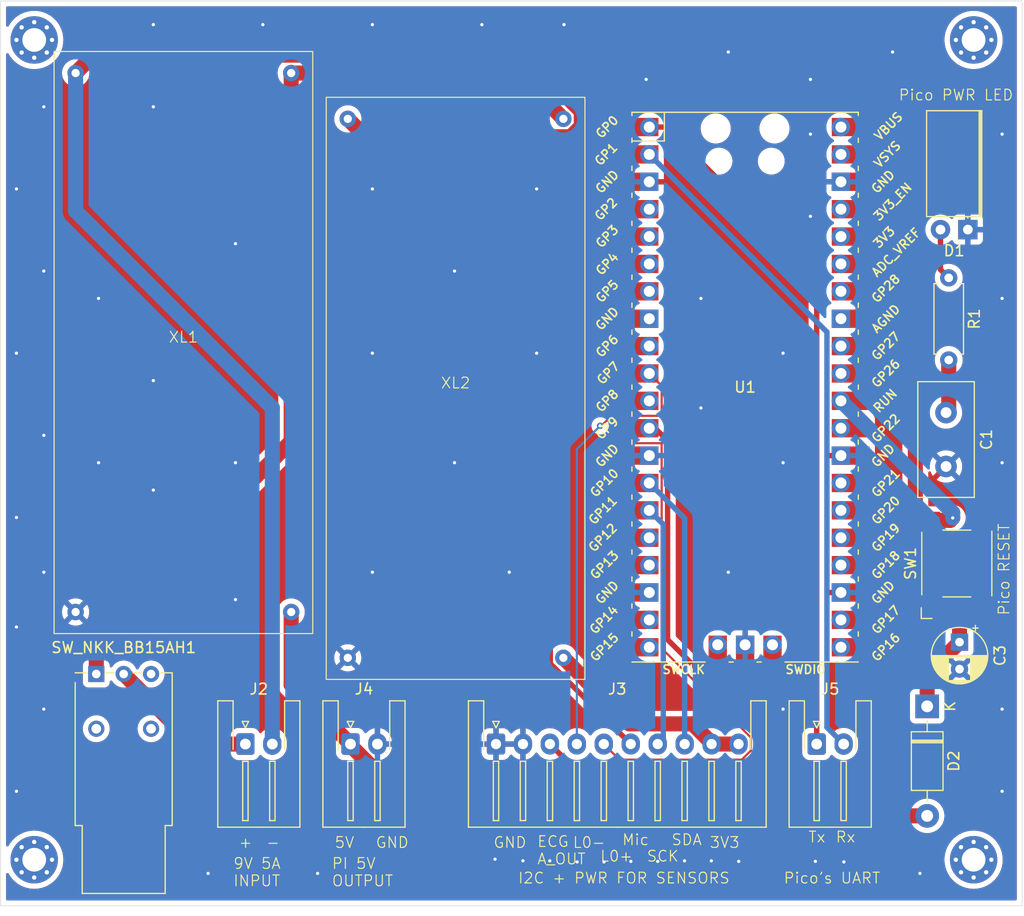
<source format=kicad_pcb>
(kicad_pcb (version 20240108) (generator "pcbnew") (generator_version "8.0")
  (layers (0 "F.Cu" signal) (31 "B.Cu" signal) (34 "B.Paste" user) (35 "F.Paste" user) (36 "B.SilkS" user "B.Silkscreen") (37 "F.SilkS" user "F.Silkscreen") (38 "B.Mask" user) (39 "F.Mask" user) (44 "Edge.Cuts" user))
  (net 0 "")
  (net 1 "GND")
  (net 2 "5V")
  (net 3 "SCK")
  (net 4 "SDA")
  (net 5 "3V3")
  (net 6 "/PICO_3V3")
  (net 12 "/VSYS")
  (net 17 "/9V_PWRIN+")
  (net 18 "/PWR_IN-")
  (net 21 "/PICO_RESET")
  (net 25 "/9V_PWRIN_SW_OUT")
  (net 31 "Net-(D1-A)")
  (net 37 "/MIC_AOUT")
  (net 41 "/ECG_Analog_OUT")
  (net 42 "/ECG_L0-")
  (net 43 "/ECG_L0+")
  (net 44 "/Rx")
  (net 45 "/Tx")
  (footprint "Resistor_THT:R_Axial_DIN0207_L6.3mm_D2.5mm_P7.62mm_Horizontal" (layer "F.Cu") (at 198.25 71.75 -90)
    (property "Reference" "R1" (at 3.81 -2.37 90) (layer "F.SilkS"))
    (property "Value" "180")
    (pad "1" thru_hole circle (at 0 0 270) (size 1.6 1.6) (drill 0.8) (layers "*.Cu" "*.Mask") (net 31 "Net-(D1-A)"))
    (pad "2" thru_hole oval (at 7.62 0 270) (size 1.6 1.6) (drill 0.8) (layers "*.Cu" "*.Mask") (net 6 "/PICO_3V3"))
  )
  (footprint "Connector_JST:JST_XH_S10B-XH-A-1_1x10_P2.50mm_Horizontal" (layer "F.Cu") (at 156.25 115)
    (property "Reference" "J3" (at 11.25 -5.1 0) (layer "F.SilkS"))
    (property "Value" "Sensors")
    (pad "1" thru_hole roundrect (at 0 0) (size 1.7 1.95) (drill 0.95) (layers "*.Cu" "*.Mask") (roundrect_rratio 0.147059) (net 1 "GND"))
    (pad "2" thru_hole oval (at 2.5 0) (size 1.7 1.95) (drill 0.95) (layers "*.Cu" "*.Mask") (net 1 "GND"))
    (pad "3" thru_hole oval (at 5 0) (size 1.7 1.95) (drill 0.95) (layers "*.Cu" "*.Mask") (net 41 "/ECG_Analog_OUT"))
    (pad "4" thru_hole oval (at 7.5 0) (size 1.7 1.95) (drill 0.95) (layers "*.Cu" "*.Mask") (net 42 "/ECG_L0-"))
    (pad "5" thru_hole oval (at 10 0) (size 1.7 1.95) (drill 0.95) (layers "*.Cu" "*.Mask") (net 43 "/ECG_L0+"))
    (pad "6" thru_hole oval (at 12.5 0) (size 1.7 1.95) (drill 0.95) (layers "*.Cu" "*.Mask") (net 37 "/MIC_AOUT"))
    (pad "7" thru_hole oval (at 15 0) (size 1.7 1.95) (drill 0.95) (layers "*.Cu" "*.Mask") (net 3 "SCK"))
    (pad "8" thru_hole oval (at 17.5 0) (size 1.7 1.95) (drill 0.95) (layers "*.Cu" "*.Mask") (net 4 "SDA"))
    (pad "9" thru_hole oval (at 20 0) (size 1.7 1.95) (drill 0.95) (layers "*.Cu" "*.Mask") (net 5 "3V3"))
    (pad "10" thru_hole oval (at 22.5 0) (size 1.7 1.95) (drill 0.95) (layers "*.Cu" "*.Mask") (net 5 "3V3"))
  )
  (footprint "Diode_THT:D_DO-41_SOD81_P10.16mm_Horizontal" (layer "F.Cu") (at 196.25 111.5 -90)
    (property "Reference" "D2" (at 5.08 -2.47 90) (layer "F.SilkS"))
    (property "Value" "1N5817")
    (fp_text user "K" (at 0 -2.1 90) (layer "F.SilkS"))
    (pad "1" thru_hole rect (at 0 0 270) (size 2.2 2.2) (drill 1.1) (layers "*.Cu" "*.Mask") (net 12 "/VSYS"))
    (pad "2" thru_hole oval (at 10.16 0 270) (size 2.2 2.2) (drill 1.1) (layers "*.Cu" "*.Mask") (net 2 "5V"))
  )
  (footprint "Button_Switch_SMD:SW_SPST_Omron_B3FS-105xP" (layer "F.Cu") (at 199 98.25 90)
    (property "Reference" "SW1" (at 0 -4.3 90) (layer "F.SilkS"))
    (property "Value" "RESET")
    (pad "1" smd rect (at -4 -2.25 270) (size 1.6 1.4) (layers "F.Cu" "F.Paste" "F.Mask") (net 21 "/PICO_RESET"))
    (pad "1" smd rect (at 4 -2.25 270) (size 1.6 1.4) (layers "F.Cu" "F.Paste" "F.Mask") (net 21 "/PICO_RESET"))
    (pad "2" smd rect (at -4 2.25 270) (size 1.6 1.4) (layers "F.Cu" "F.Paste" "F.Mask") (net 1 "GND"))
    (pad "2" smd rect (at 4 2.25 270) (size 1.6 1.4) (layers "F.Cu" "F.Paste" "F.Mask") (net 1 "GND"))
  )
  (footprint "DC_DC_Converter:XL4015" (layer "F.Cu") (at 152.5 82)
    (property "Reference" "XL2" (at 0 -0.5 0) (layer "F.SilkS") (effects (font (thickness 0.1))))
    (property "Value" "~")
    (pad "1" thru_hole circle (at 10 -25) (size 1.524 1.524) (drill 0.762) (layers "*.Cu" "*.Mask") (net 25 "/9V_PWRIN_SW_OUT"))
    (pad "2" thru_hole circle (at -10 -25) (size 1.524 1.524) (drill 0.762) (layers "*.Cu" "*.Mask") (net 18 "/PWR_IN-"))
    (pad "3" thru_hole circle (at 10 25) (size 1.524 1.524) (drill 0.762) (layers "*.Cu" "*.Mask") (net 5 "3V3"))
    (pad "4" thru_hole circle (at -10 25) (size 1.524 1.524) (drill 0.762) (layers "*.Cu" "*.Mask") (net 1 "GND"))
  )
  (footprint "Connector_JST:JST_XH_S2B-XH-A-1_1x02_P2.50mm_Horizontal" (layer "F.Cu") (at 186 115)
    (property "Reference" "J5" (at 1.25 -5.1 0) (layer "F.SilkS"))
    (property "Value" "Pi_UART")
    (pad "1" thru_hole roundrect (at 0 0) (size 1.7 2) (drill 1) (layers "*.Cu" "*.Mask") (roundrect_rratio 0.147059) (net 45 "/Tx"))
    (pad "2" thru_hole oval (at 2.5 0) (size 1.7 2) (drill 1) (layers "*.Cu" "*.Mask") (net 44 "/Rx"))
  )
  (footprint "Capacitor_THT:CP_Radial_D5.0mm_P2.50mm" (layer "F.Cu") (at 199.25 105.544888 -90)
    (property "Reference" "C3" (at 1.25 -3.75 90) (layer "F.SilkS"))
    (property "Value" "10uF")
    (pad "1" thru_hole rect (at 0 0 270) (size 1.6 1.6) (drill 0.8) (layers "*.Cu" "*.Mask") (net 12 "/VSYS"))
    (pad "2" thru_hole circle (at 2.5 0 270) (size 1.6 1.6) (drill 0.8) (layers "*.Cu" "*.Mask") (net 1 "GND"))
  )
  (footprint "Connector_JST:JST_XH_S2B-XH-A-1_1x02_P2.50mm_Horizontal" (layer "F.Cu") (at 142.75 115)
    (property "Reference" "J4" (at 1.25 -5.1 0) (layer "F.SilkS"))
    (property "Value" "Pi_5V_PWR")
    (pad "1" thru_hole roundrect (at 0 0) (size 1.7 2) (drill 1) (layers "*.Cu" "*.Mask") (roundrect_rratio 0.147059) (net 2 "5V"))
    (pad "2" thru_hole oval (at 2.5 0) (size 1.7 2) (drill 1) (layers "*.Cu" "*.Mask") (net 1 "GND"))
  )
  (footprint "Button_Switch_THT:SW_NKK_BB15AH" (layer "F.Cu") (at 119.17 108.5)
    (property "Reference" "SW_NKK_BB15AH1" (at 2.54 -2.45 0) (layer "F.SilkS"))
    (property "Value" "~")
    (pad "" thru_hole circle (at 0 5.08) (size 1.5 1.5) (drill 0.9) (layers "*.Cu" "*.Mask"))
    (pad "" thru_hole circle (at 5.08 5.08) (size 1.5 1.5) (drill 0.9) (layers "*.Cu" "*.Mask"))
    (pad "1" thru_hole rect (at 0 0) (size 1.5 1.5) (drill 0.8) (layers "*.Cu" "*.Mask") (net 25 "/9V_PWRIN_SW_OUT"))
    (pad "2" thru_hole circle (at 2.54 0) (size 1.5 1.5) (drill 0.8) (layers "*.Cu" "*.Mask") (net 17 "/9V_PWRIN+"))
    (pad "3" thru_hole circle (at 5.08 0) (size 1.5 1.5) (drill 0.8) (layers "*.Cu" "*.Mask"))
  )
  (footprint "MountingHole:MountingHole_2.2mm_M2_Pad_Via" (layer "F.Cu") (at 113.41 125.73)
    (property "Reference" "REF**" (hide yes))
    (property "Value" "MountingHole_2.2mm_M2_Pad_Via" (hide yes))
    (pad "1" thru_hole circle (at -1.65 0) (size 0.7 0.7) (drill 0.4) (layers "*.Cu" "*.Mask"))
    (pad "1" thru_hole circle (at -1.166726 -1.166726) (size 0.7 0.7) (drill 0.4) (layers "*.Cu" "*.Mask"))
    (pad "1" thru_hole circle (at -1.166726 1.166726) (size 0.7 0.7) (drill 0.4) (layers "*.Cu" "*.Mask"))
    (pad "1" thru_hole circle (at 0 -1.65) (size 0.7 0.7) (drill 0.4) (layers "*.Cu" "*.Mask"))
    (pad "1" thru_hole circle (at 0 0) (size 4.4 4.4) (drill 2.2) (layers "*.Cu" "*.Mask"))
    (pad "1" thru_hole circle (at 0 1.65) (size 0.7 0.7) (drill 0.4) (layers "*.Cu" "*.Mask"))
    (pad "1" thru_hole circle (at 1.166726 -1.166726) (size 0.7 0.7) (drill 0.4) (layers "*.Cu" "*.Mask"))
    (pad "1" thru_hole circle (at 1.166726 1.166726) (size 0.7 0.7) (drill 0.4) (layers "*.Cu" "*.Mask"))
    (pad "1" thru_hole circle (at 1.65 0) (size 0.7 0.7) (drill 0.4) (layers "*.Cu" "*.Mask"))
  )
  (footprint "MCU_RaspberryPi_and_Boards:RPi_Pico_SMD_TH" (layer "F.Cu") (at 179.36 81.89)
    (property "Reference" "U1" (at 0 0 0) (layer "F.SilkS"))
    (property "Value" "Pico")
    (fp_text user "SWCLK" (at -5.7 26.2 0) (layer "F.SilkS") (effects (font (size 0.8 0.8))))
    (fp_text user "GP11" (at -13.2 11.43 45) (layer "F.SilkS") (effects (font (size 0.8 0.8))))
    (fp_text user "VSYS" (at 13.2 -21.59 45) (layer "F.SilkS") (effects (font (size 0.8 0.8))))
    (fp_text user "GP14" (at -13.1 21.59 45) (layer "F.SilkS") (effects (font (size 0.8 0.8))))
    (fp_text user "GP28" (at 13.054 -9.144 45) (layer "F.SilkS") (effects (font (size 0.8 0.8))))
    (fp_text user "GP3" (at -12.8 -13.97 45) (layer "F.SilkS") (effects (font (size 0.8 0.8))))
    (fp_text user "GP20" (at 13.054 11.43 45) (layer "F.SilkS") (effects (font (size 0.8 0.8))))
    (fp_text user "RUN" (at 13 1.27 45) (layer "F.SilkS") (effects (font (size 0.8 0.8))))
    (fp_text user "GP8" (at -12.8 1.27 45) (layer "F.SilkS") (effects (font (size 0.8 0.8))))
    (fp_text user "GP21" (at 13.054 8.9 45) (layer "F.SilkS") (effects (font (size 0.8 0.8))))
    (fp_text user "GP10" (at -13.054 8.89 45) (layer "F.SilkS") (effects (font (size 0.8 0.8))))
    (fp_text user "SWDIO" (at 5.6 26.2 0) (layer "F.SilkS") (effects (font (size 0.8 0.8))))
    (fp_text user "GND" (at -12.8 -19.05 45) (layer "F.SilkS") (effects (font (size 0.8 0.8))))
    (fp_text user "GP22" (at 13.054 3.81 45) (layer "F.SilkS") (effects (font (size 0.8 0.8))))
    (fp_text user "GP7" (at -12.7 -1.3 45) (layer "F.SilkS") (effects (font (size 0.8 0.8))))
    (fp_text user "AGND" (at 13.054 -6.35 45) (layer "F.SilkS") (effects (font (size 0.8 0.8))))
    (fp_text user "GND" (at 12.8 6.35 45) (layer "F.SilkS") (effects (font (size 0.8 0.8))))
    (fp_text user "GP26" (at 13.054 -1.27 45) (layer "F.SilkS") (effects (font (size 0.8 0.8))))
    (fp_text user "3V3" (at 12.9 -13.9 45) (layer "F.SilkS") (effects (font (size 0.8 0.8))))
    (fp_text user "GP13" (at -13.054 16.51 45) (layer "F.SilkS") (effects (font (size 0.8 0.8))))
    (fp_text user "GP5" (at -12.8 -8.89 45) (layer "F.SilkS") (effects (font (size 0.8 0.8))))
    (fp_text user "GND" (at -12.8 -6.35 45) (layer "F.SilkS") (effects (font (size 0.8 0.8))))
    (fp_text user "GP27" (at 13.054 -3.8 45) (layer "F.SilkS") (effects (font (size 0.8 0.8))))
    (fp_text user "GP16" (at 13.054 24.13 45) (layer "F.SilkS") (effects (font (size 0.8 0.8))))
    (fp_text user "GP15" (at -13.054 24.13 45) (layer "F.SilkS") (effects (font (size 0.8 0.8))))
    (fp_text user "GP12" (at -13.2 13.97 45) (layer "F.SilkS") (effects (font (size 0.8 0.8))))
    (fp_text user "GP6" (at -12.8 -3.81 45) (layer "F.SilkS") (effects (font (size 0.8 0.8))))
    (fp_text user "GP19" (at 13.054 13.97 45) (layer "F.SilkS") (effects (font (size 0.8 0.8))))
    (fp_text user "GND" (at -12.8 19.05 45) (layer "F.SilkS") (effects (font (size 0.8 0.8))))
    (fp_text user "GND" (at 12.8 -19.05 45) (layer "F.SilkS") (effects (font (size 0.8 0.8))))
    (fp_text user "GP2" (at -12.9 -16.51 45) (layer "F.SilkS") (effects (font (size 0.8 0.8))))
    (fp_text user "GP4" (at -12.8 -11.43 45) (layer "F.SilkS") (effects (font (size 0.8 0.8))))
    (fp_text user "GP0" (at -12.8 -24.13 45) (layer "F.SilkS") (effects (font (size 0.8 0.8))))
    (fp_text user "GP9" (at -12.8 3.81 45) (layer "F.SilkS") (effects (font (size 0.8 0.8))))
    (fp_text user "GND" (at 12.8 19.05 45) (layer "F.SilkS") (effects (font (size 0.8 0.8))))
    (fp_text user "3V3_EN" (at 13.7 -17.2 45) (layer "F.SilkS") (effects (font (size 0.8 0.8))))
    (fp_text user "GND" (at -12.8 6.35 45) (layer "F.SilkS") (effects (font (size 0.8 0.8))))
    (fp_text user "GP18" (at 13.054 16.51 45) (layer "F.SilkS") (effects (font (size 0.8 0.8))))
    (fp_text user "GP17" (at 13.054 21.59 45) (layer "F.SilkS") (effects (font (size 0.8 0.8))))
    (fp_text user "ADC_VREF" (at 14 -12.5 45) (layer "F.SilkS") (effects (font (size 0.8 0.8))))
    (fp_text user "VBUS" (at 13.3 -24.2 45) (layer "F.SilkS") (effects (font (size 0.8 0.8))))
    (fp_text user "GP1" (at -12.9 -21.6 45) (layer "F.SilkS") (effects (font (size 0.8 0.8))))
    (pad "" np_thru_hole oval (at -2.725 -24) (size 1.8 1.8) (drill 1.8) (layers "*.Cu" "*.Mask"))
    (pad "" np_thru_hole oval (at -2.425 -20.97) (size 1.5 1.5) (drill 1.5) (layers "*.Cu" "*.Mask"))
    (pad "" np_thru_hole oval (at 2.425 -20.97) (size 1.5 1.5) (drill 1.5) (layers "*.Cu" "*.Mask"))
    (pad "" np_thru_hole oval (at 2.725 -24) (size 1.8 1.8) (drill 1.8) (layers "*.Cu" "*.Mask"))
    (pad "1" thru_hole oval (at -8.89 -24.13) (size 1.7 1.7) (drill 1.02) (layers "*.Cu" "*.Mask") (net 45 "/Tx"))
    (pad "1" smd rect (at -8.89 -24.13) (size 3.5 1.7) (drill (offset -0.9 0)) (layers "F.Cu" "F.Mask") (net 45 "/Tx"))
    (pad "2" thru_hole oval (at -8.89 -21.59) (size 1.7 1.7) (drill 1.02) (layers "*.Cu" "*.Mask") (net 44 "/Rx"))
    (pad "2" smd rect (at -8.89 -21.59) (size 3.5 1.7) (drill (offset -0.9 0)) (layers "F.Cu" "F.Mask") (net 44 "/Rx"))
    (pad "3" thru_hole rect (at -8.89 -19.05) (size 1.7 1.7) (drill 1.02) (layers "*.Cu" "*.Mask") (net 1 "GND"))
    (pad "3" smd rect (at -8.89 -19.05) (size 3.5 1.7) (drill (offset -0.9 0)) (layers "F.Cu" "F.Mask") (net 1 "GND"))
    (pad "4" thru_hole oval (at -8.89 -16.51) (size 1.7 1.7) (drill 1.02) (layers "*.Cu" "*.Mask"))
    (pad "4" smd rect (at -8.89 -16.51) (size 3.5 1.7) (drill (offset -0.9 0)) (layers "F.Cu" "F.Mask"))
    (pad "5" thru_hole oval (at -8.89 -13.97) (size 1.7 1.7) (drill 1.02) (layers "*.Cu" "*.Mask"))
    (pad "5" smd rect (at -8.89 -13.97) (size 3.5 1.7) (drill (offset -0.9 0)) (layers "F.Cu" "F.Mask"))
    (pad "6" thru_hole oval (at -8.89 -11.43) (size 1.7 1.7) (drill 1.02) (layers "*.Cu" "*.Mask"))
    (pad "6" smd rect (at -8.89 -11.43) (size 3.5 1.7) (drill (offset -0.9 0)) (layers "F.Cu" "F.Mask"))
    (pad "7" thru_hole oval (at -8.89 -8.89) (size 1.7 1.7) (drill 1.02) (layers "*.Cu" "*.Mask"))
    (pad "7" smd rect (at -8.89 -8.89) (size 3.5 1.7) (drill (offset -0.9 0)) (layers "F.Cu" "F.Mask"))
    (pad "8" thru_hole rect (at -8.89 -6.35) (size 1.7 1.7) (drill 1.02) (layers "*.Cu" "*.Mask"))
    (pad "8" smd rect (at -8.89 -6.35) (size 3.5 1.7) (drill (offset -0.9 0)) (layers "F.Cu" "F.Mask"))
    (pad "9" thru_hole oval (at -8.89 -3.81) (size 1.7 1.7) (drill 1.02) (layers "*.Cu" "*.Mask") (net 37 "/MIC_AOUT"))
    (pad "9" smd rect (at -8.89 -3.81) (size 3.5 1.7) (drill (offset -0.9 0)) (layers "F.Cu" "F.Mask") (net 37 "/MIC_AOUT"))
    (pad "10" thru_hole oval (at -8.89 -1.27) (size 1.7 1.7) (drill 1.02) (layers "*.Cu" "*.Mask") (net 43 "/ECG_L0+"))
    (pad "10" smd rect (at -8.89 -1.27) (size 3.5 1.7) (drill (offset -0.9 0)) (layers "F.Cu" "F.Mask") (net 43 "/ECG_L0+"))
    (pad "11" thru_hole oval (at -8.89 1.27) (size 1.7 1.7) (drill 1.02) (layers "*.Cu" "*.Mask") (net 42 "/ECG_L0-"))
    (pad "11" smd rect (at -8.89 1.27) (size 3.5 1.7) (drill (offset -0.9 0)) (layers "F.Cu" "F.Mask") (net 42 "/ECG_L0-"))
    (pad "12" thru_hole oval (at -8.89 3.81) (size 1.7 1.7) (drill 1.02) (layers "*.Cu" "*.Mask") (net 41 "/ECG_Analog_OUT"))
    (pad "12" smd rect (at -8.89 3.81) (size 3.5 1.7) (drill (offset -0.9 0)) (layers "F.Cu" "F.Mask") (net 41 "/ECG_Analog_OUT"))
    (pad "13" thru_hole rect (at -8.89 6.35) (size 1.7 1.7) (drill 1.02) (layers "*.Cu" "*.Mask") (net 1 "GND"))
    (pad "13" smd rect (at -8.89 6.35) (size 3.5 1.7) (drill (offset -0.9 0)) (layers "F.Cu" "F.Mask") (net 1 "GND"))
    (pad "14" thru_hole oval (at -8.89 8.89) (size 1.7 1.7) (drill 1.02) (layers "*.Cu" "*.Mask") (net 4 "SDA"))
    (pad "14" smd rect (at -8.89 8.89) (size 3.5 1.7) (drill (offset -0.9 0)) (layers "F.Cu" "F.Mask") (net 4 "SDA"))
    (pad "15" thru_hole oval (at -8.89 11.43) (size 1.7 1.7) (drill 1.02) (layers "*.Cu" "*.Mask") (net 3 "SCK"))
    (pad "15" smd rect (at -8.89 11.43) (size 3.5 1.7) (drill (offset -0.9 0)) (layers "F.Cu" "F.Mask") (net 3 "SCK"))
    (pad "16" thru_hole oval (at -8.89 13.97) (size 1.7 1.7) (drill 1.02) (layers "*.Cu" "*.Mask"))
    (pad "16" smd rect (at -8.89 13.97) (size 3.5 1.7) (drill (offset -0.9 0)) (layers "F.Cu" "F.Mask"))
    (pad "17" thru_hole oval (at -8.89 16.51) (size 1.7 1.7) (drill 1.02) (layers "*.Cu" "*.Mask"))
    (pad "17" smd rect (at -8.89 16.51) (size 3.5 1.7) (drill (offset -0.9 0)) (layers "F.Cu" "F.Mask"))
    (pad "18" thru_hole rect (at -8.89 19.05) (size 1.7 1.7) (drill 1.02) (layers "*.Cu" "*.Mask") (net 1 "GND"))
    (pad "18" smd rect (at -8.89 19.05) (size 3.5 1.7) (drill (offset -0.9 0)) (layers "F.Cu" "F.Mask") (net 1 "GND"))
    (pad "19" thru_hole oval (at -8.89 21.59) (size 1.7 1.7) (drill 1.02) (layers "*.Cu" "*.Mask"))
    (pad "19" smd rect (at -8.89 21.59) (size 3.5 1.7) (drill (offset -0.9 0)) (layers "F.Cu" "F.Mask"))
    (pad "20" thru_hole oval (at -8.89 24.13) (size 1.7 1.7) (drill 1.02) (layers "*.Cu" "*.Mask"))
    (pad "20" smd rect (at -8.89 24.13) (size 3.5 1.7) (drill (offset -0.9 0)) (layers "F.Cu" "F.Mask"))
    (pad "21" thru_hole oval (at 8.89 24.13) (size 1.7 1.7) (drill 1.02) (layers "*.Cu" "*.Mask"))
    (pad "21" smd rect (at 8.89 24.13) (size 3.5 1.7) (drill (offset 0.9 0)) (layers "F.Cu" "F.Mask"))
    (pad "22" thru_hole oval (at 8.89 21.59) (size 1.7 1.7) (drill 1.02) (layers "*.Cu" "*.Mask"))
    (pad "22" smd rect (at 8.89 21.59) (size 3.5 1.7) (drill (offset 0.9 0)) (layers "F.Cu" "F.Mask"))
    (pad "23" thru_hole rect (at 8.89 19.05) (size 1.7 1.7) (drill 1.02) (layers "*.Cu" "*.Mask") (net 1 "GND"))
    (pad "23" smd rect (at 8.89 19.05) (size 3.5 1.7) (drill (offset 0.9 0)) (layers "F.Cu" "F.Mask") (net 1 "GND"))
    (pad "24" thru_hole oval (at 8.89 16.51) (size 1.7 1.7) (drill 1.02) (layers "*.Cu" "*.Mask"))
    (pad "24" smd rect (at 8.89 16.51) (size 3.5 1.7) (drill (offset 0.9 0)) (layers "F.Cu" "F.Mask"))
    (pad "25" thru_hole oval (at 8.89 13.97) (size 1.7 1.7) (drill 1.02) (layers "*.Cu" "*.Mask"))
    (pad "25" smd rect (at 8.89 13.97) (size 3.5 1.7) (drill (offset 0.9 0)) (layers "F.Cu" "F.Mask"))
    (pad "26" thru_hole oval (at 8.89 11.43) (size 1.7 1.7) (drill 1.02) (layers "*.Cu" "*.Mask"))
    (pad "26" smd rect (at 8.89 11.43) (size 3.5 1.7) (drill (offset 0.9 0)) (layers "F.Cu" "F.Mask"))
    (pad "27" thru_hole oval (at 8.89 8.89) (size 1.7 1.7) (drill 1.02) (layers "*.Cu" "*.Mask"))
    (pad "27" smd rect (at 8.89 8.89) (size 3.5 1.7) (drill (offset 0.9 0)) (layers "F.Cu" "F.Mask"))
    (pad "28" thru_hole rect (at 8.89 6.35) (size 1.7 1.7) (drill 1.02) (layers "*.Cu" "*.Mask") (net 1 "GND"))
    (pad "28" smd rect (at 8.89 6.35) (size 3.5 1.7) (drill (offset 0.9 0)) (layers "F.Cu" "F.Mask") (net 1 "GND"))
    (pad "29" thru_hole oval (at 8.89 3.81) (size 1.7 1.7) (drill 1.02) (layers "*.Cu" "*.Mask"))
    (pad "29" smd rect (at 8.89 3.81) (size 3.5 1.7) (drill (offset 0.9 0)) (layers "F.Cu" "F.Mask"))
    (pad "30" thru_hole oval (at 8.89 1.27) (size 1.7 1.7) (drill 1.02) (layers "*.Cu" "*.Mask") (net 21 "/PICO_RESET"))
    (pad "30" smd rect (at 8.89 1.27) (size 3.5 1.7) (drill (offset 0.9 0)) (layers "F.Cu" "F.Mask") (net 21 "/PICO_RESET"))
    (pad "31" thru_hole oval (at 8.89 -1.27) (size 1.7 1.7) (drill 1.02) (layers "*.Cu" "*.Mask"))
    (pad "31" smd rect (at 8.89 -1.27) (size 3.5 1.7) (drill (offset 0.9 0)) (layers "F.Cu" "F.Mask"))
    (pad "32" thru_hole oval (at 8.89 -3.81) (size 1.7 1.7) (drill 1.02) (layers "*.Cu" "*.Mask"))
    (pad "32" smd rect (at 8.89 -3.81) (size 3.5 1.7) (drill (offset 0.9 0)) (layers "F.Cu" "F.Mask"))
    (pad "33" thru_hole rect (at 8.89 -6.35) (size 1.7 1.7) (drill 1.02) (layers "*.Cu" "*.Mask"))
    (pad "33" smd rect (at 8.89 -6.35) (size 3.5 1.7) (drill (offset 0.9 0)) (layers "F.Cu" "F.Mask"))
    (pad "34" thru_hole oval (at 8.89 -8.89) (size 1.7 1.7) (drill 1.02) (layers "*.Cu" "*.Mask"))
    (pad "34" smd rect (at 8.89 -8.89) (size 3.5 1.7) (drill (offset 0.9 0)) (layers "F.Cu" "F.Mask"))
    (pad "35" thru_hole oval (at 8.89 -11.43) (size 1.7 1.7) (drill 1.02) (layers "*.Cu" "*.Mask"))
    (pad "35" smd rect (at 8.89 -11.43) (size 3.5 1.7) (drill (offset 0.9 0)) (layers "F.Cu" "F.Mask"))
    (pad "36" thru_hole oval (at 8.89 -13.97) (size 1.7 1.7) (drill 1.02) (layers "*.Cu" "*.Mask") (net 6 "/PICO_3V3"))
    (pad "36" smd rect (at 8.89 -13.97) (size 3.5 1.7) (drill (offset 0.9 0)) (layers "F.Cu" "F.Mask") (net 6 "/PICO_3V3"))
    (pad "37" thru_hole oval (at 8.89 -16.51) (size 1.7 1.7) (drill 1.02) (layers "*.Cu" "*.Mask"))
    (pad "37" smd rect (at 8.89 -16.51) (size 3.5 1.7) (drill (offset 0.9 0)) (layers "F.Cu" "F.Mask"))
    (pad "38" thru_hole rect (at 8.89 -19.05) (size 1.7 1.7) (drill 1.02) (layers "*.Cu" "*.Mask") (net 1 "GND"))
    (pad "38" smd rect (at 8.89 -19.05) (size 3.5 1.7) (drill (offset 0.9 0)) (layers "F.Cu" "F.Mask") (net 1 "GND"))
    (pad "39" thru_hole oval (at 8.89 -21.59) (size 1.7 1.7) (drill 1.02) (layers "*.Cu" "*.Mask") (net 12 "/VSYS"))
    (pad "39" smd rect (at 8.89 -21.59) (size 3.5 1.7) (drill (offset 0.9 0)) (layers "F.Cu" "F.Mask") (net 12 "/VSYS"))
    (pad "40" thru_hole oval (at 8.89 -24.13) (size 1.7 1.7) (drill 1.02) (layers "*.Cu" "*.Mask"))
    (pad "40" smd rect (at 8.89 -24.13) (size 3.5 1.7) (drill (offset 0.9 0)) (layers "F.Cu" "F.Mask"))
    (pad "41" thru_hole oval (at -2.54 23.9) (size 1.7 1.7) (drill 1.02) (layers "*.Cu" "*.Mask"))
    (pad "41" smd rect (at -2.54 23.9 90) (size 3.5 1.7) (drill (offset -0.9 0)) (layers "F.Cu" "F.Mask"))
    (pad "42" thru_hole rect (at 0 23.9) (size 1.7 1.7) (drill 1.02) (layers "*.Cu" "*.Mask") (net 1 "GND"))
    (pad "42" smd rect (at 0 23.9 90) (size 3.5 1.7) (drill (offset -0.9 0)) (layers "F.Cu" "F.Mask") (net 1 "GND"))
    (pad "43" thru_hole oval (at 2.54 23.9) (size 1.7 1.7) (drill 1.02) (layers "*.Cu" "*.Mask"))
    (pad "43" smd rect (at 2.54 23.9 90) (size 3.5 1.7) (drill (offset -0.9 0)) (layers "F.Cu" "F.Mask"))
  )
  (footprint "MountingHole:MountingHole_2.2mm_M2_Pad_Via" (layer "F.Cu") (at 200.556726 49.68)
    (property "Reference" "REF**" (hide yes))
    (property "Value" "MountingHole_2.2mm_M2_Pad_Via" (hide yes))
    (pad "1" thru_hole circle (at -1.65 0) (size 0.7 0.7) (drill 0.4) (layers "*.Cu" "*.Mask"))
    (pad "1" thru_hole circle (at -1.166726 -1.166726) (size 0.7 0.7) (drill 0.4) (layers "*.Cu" "*.Mask"))
    (pad "1" thru_hole circle (at -1.166726 1.166726) (size 0.7 0.7) (drill 0.4) (layers "*.Cu" "*.Mask"))
    (pad "1" thru_hole circle (at 0 -1.65) (size 0.7 0.7) (drill 0.4) (layers "*.Cu" "*.Mask"))
    (pad "1" thru_hole circle (at 0 0) (size 4.4 4.4) (drill 2.2) (layers "*.Cu" "*.Mask"))
    (pad "1" thru_hole circle (at 0 1.65) (size 0.7 0.7) (drill 0.4) (layers "*.Cu" "*.Mask"))
    (pad "1" thru_hole circle (at 1.166726 -1.166726) (size 0.7 0.7) (drill 0.4) (layers "*.Cu" "*.Mask"))
    (pad "1" thru_hole circle (at 1.166726 1.166726) (size 0.7 0.7) (drill 0.4) (layers "*.Cu" "*.Mask"))
    (pad "1" thru_hole circle (at 1.65 0) (size 0.7 0.7) (drill 0.4) (layers "*.Cu" "*.Mask"))
  )
  (footprint "Capacitor_THT:C_Disc_D10.5mm_W5.0mm_P5.00mm" (layer "F.Cu") (at 198 84.25 -90)
    (property "Reference" "C1" (at 2.5 -3.75 90) (layer "F.SilkS"))
    (property "Value" "0.1uF")
    (pad "1" thru_hole circle (at 0 0 270) (size 2 2) (drill 1) (layers "*.Cu" "*.Mask") (net 6 "/PICO_3V3"))
    (pad "2" thru_hole circle (at 5 0 270) (size 2 2) (drill 1) (layers "*.Cu" "*.Mask") (net 1 "GND"))
  )
  (footprint "LED_THT:LED_Rectangular_W5.0mm_H2.0mm_Horizontal_O1.27mm_Z1.0mm" (layer "F.Cu") (at 200.025 67.275 180)
    (property "Reference" "D1" (at 1.27 -1.96 0) (layer "F.SilkS"))
    (property "Value" "ON_LED")
    (pad "1" thru_hole rect (at 0 0 180) (size 1.8 1.8) (drill 0.9) (layers "*.Cu" "*.Mask") (net 1 "GND"))
    (pad "2" thru_hole circle (at 2.54 0 180) (size 1.8 1.8) (drill 0.9) (layers "*.Cu" "*.Mask") (net 31 "Net-(D1-A)"))
  )
  (footprint "DC_DC_Converter:XL4015" (layer "F.Cu") (at 127.25 77.75)
    (property "Reference" "XL1" (at 0 -0.5 0) (layer "F.SilkS") (effects (font (thickness 0.1))))
    (property "Value" "~")
    (pad "1" thru_hole circle (at 10 -25) (size 1.524 1.524) (drill 0.762) (layers "*.Cu" "*.Mask") (net 25 "/9V_PWRIN_SW_OUT"))
    (pad "2" thru_hole circle (at -10 -25) (size 1.524 1.524) (drill 0.762) (layers "*.Cu" "*.Mask") (net 18 "/PWR_IN-"))
    (pad "3" thru_hole circle (at 10 25) (size 1.524 1.524) (drill 0.762) (layers "*.Cu" "*.Mask") (net 2 "5V"))
    (pad "4" thru_hole circle (at -10 25) (size 1.524 1.524) (drill 0.762) (layers "*.Cu" "*.Mask") (net 1 "GND"))
  )
  (footprint "MountingHole:MountingHole_2.2mm_M2_Pad_Via" (layer "F.Cu") (at 200.556726 125.73)
    (property "Reference" "REF**" (hide yes))
    (property "Value" "MountingHole_2.2mm_M2_Pad_Via" (hide yes))
    (pad "1" thru_hole circle (at -1.65 0) (size 0.7 0.7) (drill 0.4) (layers "*.Cu" "*.Mask"))
    (pad "1" thru_hole circle (at -1.166726 -1.166726) (size 0.7 0.7) (drill 0.4) (layers "*.Cu" "*.Mask"))
    (pad "1" thru_hole circle (at -1.166726 1.166726) (size 0.7 0.7) (drill 0.4) (layers "*.Cu" "*.Mask"))
    (pad "1" thru_hole circle (at 0 -1.65) (size 0.7 0.7) (drill 0.4) (layers "*.Cu" "*.Mask"))
    (pad "1" thru_hole circle (at 0 0) (size 4.4 4.4) (drill 2.2) (layers "*.Cu" "*.Mask"))
    (pad "1" thru_hole circle (at 0 1.65) (size 0.7 0.7) (drill 0.4) (layers "*.Cu" "*.Mask"))
    (pad "1" thru_hole circle (at 1.166726 -1.166726) (size 0.7 0.7) (drill 0.4) (layers "*.Cu" "*.Mask"))
    (pad "1" thru_hole circle (at 1.166726 1.166726) (size 0.7 0.7) (drill 0.4) (layers "*.Cu" "*.Mask"))
    (pad "1" thru_hole circle (at 1.65 0) (size 0.7 0.7) (drill 0.4) (layers "*.Cu" "*.Mask"))
  )
  (footprint "MountingHole:MountingHole_2.2mm_M2_Pad_Via" (layer "F.Cu") (at 113.41 49.68)
    (property "Reference" "REF**" (hide yes))
    (property "Value" "MountingHole_2.2mm_M2_Pad_Via" (hide yes))
    (pad "1" thru_hole circle (at -1.65 0) (size 0.7 0.7) (drill 0.4) (layers "*.Cu" "*.Mask"))
    (pad "1" thru_hole circle (at -1.166726 -1.166726) (size 0.7 0.7) (drill 0.4) (layers "*.Cu" "*.Mask"))
    (pad "1" thru_hole circle (at -1.166726 1.166726) (size 0.7 0.7) (drill 0.4) (layers "*.Cu" "*.Mask"))
    (pad "1" thru_hole circle (at 0 -1.65) (size 0.7 0.7) (drill 0.4) (layers "*.Cu" "*.Mask"))
    (pad "1" thru_hole circle (at 0 0) (size 4.4 4.4) (drill 2.2) (layers "*.Cu" "*.Mask"))
    (pad "1" thru_hole circle (at 0 1.65) (size 0.7 0.7) (drill 0.4) (layers "*.Cu" "*.Mask"))
    (pad "1" thru_hole circle (at 1.166726 -1.166726) (size 0.7 0.7) (drill 0.4) (layers "*.Cu" "*.Mask"))
    (pad "1" thru_hole circle (at 1.166726 1.166726) (size 0.7 0.7) (drill 0.4) (layers "*.Cu" "*.Mask"))
    (pad "1" thru_hole circle (at 1.65 0) (size 0.7 0.7) (drill 0.4) (layers "*.Cu" "*.Mask"))
  )
  (footprint "Connector_JST:JST_XH_S2B-XH-A-1_1x02_P2.50mm_Horizontal" (layer "F.Cu") (at 133 115)
    (property "Reference" "J2" (at 1.25 -5.1 0) (layer "F.SilkS"))
    (property "Value" "9V_PWRIN")
    (pad "1" thru_hole roundrect (at 0 0) (size 1.7 2) (drill 1) (layers "*.Cu" "*.Mask") (roundrect_rratio 0.147059) (net 17 "/9V_PWRIN+"))
    (pad "2" thru_hole oval (at 2.5 0) (size 1.7 2) (drill 1) (layers "*.Cu" "*.Mask") (net 18 "/PWR_IN-"))
  )
  (gr_rect (start 110.3 46.06) (end 205.06 130.01) (stroke (width 0.05)) (fill none) (layer "Edge.Cuts"))
  (gr_text "L0+" (at 165.862 125.984 0) (layer "F.SilkS") (effects (font (size 1 1) (thickness 0.1)) (justify left bottom)))
  (gr_text "Mic" (at 167.894 124.46 0) (layer "F.SilkS") (effects (font (size 1 1) (thickness 0.1)) (justify left bottom)))
  (gr_text "-" (at 134.874 124.714 0) (layer "F.SilkS") (effects (font (size 1 1) (thickness 0.1)) (justify left bottom)))
  (gr_text "SCK" (at 170.18 125.984 0) (layer "F.SilkS") (effects (font (size 1 1) (thickness 0.1)) (justify left bottom)))
  (gr_text "Tx" (at 185.166 124.206 0) (layer "F.SilkS") (effects (font (size 1 1) (thickness 0.1)) (justify left bottom)))
  (gr_text "5V" (at 141.224 124.714 0) (layer "F.SilkS") (effects (font (size 1 1) (thickness 0.1)) (justify left bottom)))
  (gr_text "GND" (at 155.956 124.714 0) (layer "F.SilkS") (effects (font (size 1 1) (thickness 0.1)) (justify left bottom)))
  (gr_text "SDA" (at 172.466 124.46 0) (layer "F.SilkS") (effects (font (size 1 1) (thickness 0.1)) (justify left bottom)))
  (gr_text "PI 5V\nOUTPUT" (at 140.97 128.27 0) (layer "F.SilkS") (effects (font (size 1 1) (thickness 0.1)) (justify left bottom)))
  (gr_text "9V 5A \nINPUT" (at 131.826 128.27 0) (layer "F.SilkS") (effects (font (size 1 1) (thickness 0.1)) (justify left bottom)))
  (gr_text "3V3" (at 176.022 124.714 0) (layer "F.SilkS") (effects (font (size 1 1) (thickness 0.1)) (justify left bottom)))
  (gr_text "GND" (at 145.034 124.714 0) (layer "F.SilkS") (effects (font (size 1 1) (thickness 0.1)) (justify left bottom)))
  (gr_text "Pico RESET" (at 203.962 103.124 90) (layer "F.SilkS") (effects (font (size 1 1) (thickness 0.1)) (justify left bottom)))
  (gr_text "Rx" (at 187.706 124.206 0) (layer "F.SilkS") (effects (font (size 1 1) (thickness 0.1)) (justify left bottom)))
  (gr_text "+" (at 132.334 124.714 0) (layer "F.SilkS") (effects (font (size 1 1) (thickness 0.1)) (justify left bottom)))
  (gr_text "Pico's UART" (at 182.88 128.016 0) (layer "F.SilkS") (effects (font (size 1 1) (thickness 0.1)) (justify left bottom)))
  (gr_text "ECG\nA_OUT" (at 160.02 126.238 0) (layer "F.SilkS") (effects (font (size 1 1) (thickness 0.1)) (justify left bottom)))
  (gr_text "Pico PWR LED" (at 193.548 55.372 0) (layer "F.SilkS") (effects (font (size 1 1) (thickness 0.1)) (justify left bottom)))
  (gr_text "L0-" (at 163.322 124.714 0) (layer "F.SilkS") (effects (font (size 1 1) (thickness 0.1)) (justify left bottom)))
  (gr_text "I2C + PWR FOR SENSORS" (at 158.242 128.016 0) (layer "F.SilkS") (effects (font (size 1 1) (thickness 0.1)) (justify left bottom)))
  (via (at 185.8772 125.8824) (size 0.6) (drill 0.3) (layers "F.Cu" "B.Cu") (net 1))
  (via (at 182.88 78.74) (size 0.6) (drill 0.3) (layers "F.Cu" "B.Cu") (net 1))
  (via (at 144.78 63.5) (size 0.6) (drill 0.3) (layers "F.Cu" "B.Cu") (net 1))
  (via (at 119.38 88.9) (size 0.6) (drill 0.3) (layers "F.Cu" "B.Cu") (net 1))
  (via (at 163.7792 125.9332) (size 0.6) (drill 0.3) (layers "F.Cu" "B.Cu") (net 1))
  (via (at 203.2 58.42) (size 0.6) (drill 0.3) (layers "F.Cu" "B.Cu") (net 1))
  (via (at 139.7 127) (size 0.6) (drill 0.3) (layers "F.Cu" "B.Cu") (net 1))
  (via (at 129.54 127) (size 0.6) (drill 0.3) (layers "F.Cu" "B.Cu") (net 1))
  (via (at 175.26 83.82) (size 0.6) (drill 0.3) (layers "F.Cu" "B.Cu") (net 1))
  (via (at 158.75 125.8316) (size 0.6) (drill 0.3) (layers "F.Cu" "B.Cu") (net 1))
  (via (at 111.76 119.38) (size 0.6) (drill 0.3) (layers "F.Cu" "B.Cu") (net 1))
  (via (at 162.56 48.26) (size 0.6) (drill 0.3) (layers "F.Cu" "B.Cu") (net 1))
  (via (at 182.88 111.76) (size 0.6) (drill 0.3) (layers "F.Cu" "B.Cu") (net 1))
  (via (at 170.18 53.34) (size 0.6) (drill 0.3) (layers "F.Cu" "B.Cu") (net 1))
  (via (at 177.8 99.06) (size 0.6) (drill 0.3) (layers "F.Cu" "B.Cu") (net 1))
  (via (at 132.08 88.9) (size 0.6) (drill 0.3) (layers "F.Cu" "B.Cu") (net 1))
  (via (at 144.78 48.26) (size 0.6) (drill 0.3) (layers "F.Cu" "B.Cu") (net 1))
  (via (at 124.46 91.44) (size 0.6) (drill 0.3) (layers "F.Cu" "B.Cu") (net 1))
  (via (at 111.76 93.98) (size 0.6) (drill 0.3) (layers "F.Cu" "B.Cu") (net 1))
  (via (at 168.7576 125.8824) (size 0.6) (drill 0.3) (layers "F.Cu" "B.Cu") (net 1))
  (via (at 111.76 63.5) (size 0.6) (drill 0.3) (layers "F.Cu" "B.Cu") (net 1))
  (via (at 177.8 50.8) (size 0.6) (drill 0.3) (layers "F.Cu" "B.Cu") (net 1))
  (via (at 171.2468 125.8824) (size 0.6) (drill 0.3) (layers "F.Cu" "B.Cu") (net 1))
  (via (at 144.78 78.74) (size 0.6) (drill 0.3) (layers "F.Cu" "B.Cu") (net 1))
  (via (at 157.48 99.06) (size 0.6) (drill 0.3) (layers "F.Cu" "B.Cu") (net 1))
  (via (at 132.08 68.58) (size 0.6) (drill 0.3) (layers "F.Cu" "B.Cu") (net 1))
  (via (at 144.78 99.06) (size 0.6) (drill 0.3) (layers "F.Cu" "B.Cu") (net 1))
  (via (at 114.3 86.36) (size 0.6) (drill 0.3) (layers "F.Cu" "B.Cu") (net 1))
  (via (at 124.46 81.28) (size 0.6) (drill 0.3) (layers "F.Cu" "B.Cu") (net 1))
  (via (at 134.62 48.26) (size 0.6) (drill 0.3) (layers "F.Cu" "B.Cu") (net 1))
  (via (at 152.4 88.9) (size 0.6) (drill 0.3) (layers "F.Cu" "B.Cu") (net 1))
  (via (at 173.736 125.8316) (size 0.6) (drill 0.3) (layers "F.Cu" "B.Cu") (net 1))
  (via (at 182.88 88.9) (size 0.6) (drill 0.3) (layers "F.Cu" "B.Cu") (net 1))
  (via (at 124.46 48.26) (size 0.6) (drill 0.3) (layers "F.Cu" "B.Cu") (net 1))
  (via (at 166.2684 125.9332) (size 0.6) (drill 0.3) (layers "F.Cu" "B.Cu") (net 1))
  (via (at 114.3 71.12) (size 0.6) (drill 0.3) (layers "F.Cu" "B.Cu") (net 1))
  (via (at 203.2 119.38) (size 0.6) (drill 0.3) (layers "F.Cu" "B.Cu") (net 1))
  (via (at 152.4 71.12) (size 0.6) (drill 0.3) (layers "F.Cu" "B.Cu") (net 1))
  (via (at 132.08 101.6) (size 0.6) (drill 0.3) (layers "F.Cu" "B.Cu") (net 1))
  (via (at 203.2 73.66) (size 0.6) (drill 0.3) (layers "F.Cu" "B.Cu") (net 1))
  (via (at 195.58 127) (size 0.6) (drill 0.3) (layers "F.Cu" "B.Cu") (net 1))
  (via (at 160.02 78.74) (size 0.6) (drill 0.3) (layers "F.Cu" "B.Cu") (net 1))
  (via (at 111.76 104.14) (size 0.6) (drill 0.3) (layers "F.Cu" "B.Cu") (net 1))
  (via (at 176.2252 125.8316) (size 0.6) (drill 0.3) (layers "F.Cu" "B.Cu") (net 1))
  (via (at 160.02 63.5) (size 0.6) (drill 0.3) (layers "F.Cu" "B.Cu") (net 1))
  (via (at 185.42 66.04) (size 0.6) (drill 0.3) (layers "F.Cu" "B.Cu") (net 1))
  (via (at 124.46 55.88) (size 0.6) (drill 0.3) (layers "F.Cu" "B.Cu") (net 1))
  (via (at 203.2 88.9) (size 0.6) (drill 0.3) (layers "F.Cu" "B.Cu") (net 1))
  (via (at 114.3 111.76) (size 0.6) (drill 0.3) (layers "F.Cu" "B.Cu") (net 1))
  (via (at 178.7652 125.8824) (size 0.6) (drill 0.3) (layers "F.Cu" "B.Cu") (net 1))
  (via (at 203.2 111.76) (size 0.6) (drill 0.3) (layers "F.Cu" "B.Cu") (net 1))
  (via (at 154.94 48.26) (size 0.6) (drill 0.3) (layers "F.Cu" "B.Cu") (net 1))
  (via (at 119.38 73.66) (size 0.6) (drill 0.3) (layers "F.Cu" "B.Cu") (net 1))
  (via (at 161.2392 125.8316) (size 0.6) (drill 0.3) (layers "F.Cu" "B.Cu") (net 1))
  (via (at 156.1592 125.6792) (size 0.6) (drill 0.3) (layers "F.Cu" "B.Cu") (net 1))
  (via (at 111.76 78.74) (size 0.6) (drill 0.3) (layers "F.Cu" "B.Cu") (net 1))
  (via (at 114.3 55.88) (size 0.6) (drill 0.3) (layers "F.Cu" "B.Cu") (net 1))
  (via (at 185.42 58.42) (size 0.6) (drill 0.3) (layers "F.Cu" "B.Cu") (net 1))
  (via (at 185.42 53.34) (size 0.6) (drill 0.3) (layers "F.Cu" "B.Cu") (net 1))
  (via (at 114.3 99.06) (size 0.6) (drill 0.3) (layers "F.Cu" "B.Cu") (net 1))
  (via (at 193.04 50.8) (size 0.6) (drill 0.3) (layers "F.Cu" "B.Cu") (net 1))
  (via (at 188.5188 125.9332) (size 0.6) (drill 0.3) (layers "F.Cu" "B.Cu") (net 1))
  (via (at 175.26 73.66) (size 0.6) (drill 0.3) (layers "F.Cu" "B.Cu") (net 1))
  (segment (start 196.25 121.66) (end 149.285126 121.66) (width 1.4) (layer "F.Cu") (net 2))
  (segment (start 142.75 115.124874) (end 142.75 115) (width 1.4) (layer "F.Cu") (net 2))
  (segment (start 149.285126 121.66) (end 142.75 115.124874) (width 1.4) (layer "F.Cu") (net 2))
  (segment (start 137.25 109.5) (end 142.75 115) (width 1.4) (layer "F.Cu") (net 2))
  (segment (start 137.25 102.75) (end 137.25 109.5) (width 1.4) (layer "F.Cu") (net 2))
  (segment (start 171.77 114.48) (end 171.25 115) (width 0.5) (layer "B.Cu") (net 3))
  (segment (start 171.77 94.62) (end 171.77 114.48) (width 0.5) (layer "B.Cu") (net 3))
  (segment (start 170.47 93.32) (end 171.77 94.62) (width 0.5) (layer "B.Cu") (net 3))
  (segment (start 170.47 90.78) (end 173.75 94.06) (width 0.5) (layer "B.Cu") (net 4))
  (segment (start 173.75 94.06) (end 173.75 115) (width 0.5) (layer "B.Cu") (net 4))
  (segment (start 168.625 113.125) (end 174.474874 113.125) (width 1.4) (layer "F.Cu") (net 5))
  (segment (start 162.5 107) (end 168.625 113.125) (width 1.4) (layer "F.Cu") (net 5))
  (segment (start 176.25 114.900126) (end 176.25 115) (width 1.4) (layer "F.Cu") (net 5))
  (segment (start 174.474874 113.125) (end 176.25 114.900126) (width 1.4) (layer "F.Cu") (net 5))
  (segment (start 178.75 115) (end 176.25 115) (width 1.4) (layer "F.Cu") (net 5))
  (segment (start 198.25 84) (end 198 84.25) (width 1.4) (layer "F.Cu") (net 6))
  (segment (start 198.25 79.37) (end 198.25 84) (width 1.4) (layer "F.Cu") (net 6))
  (segment (start 199.25 101.45) (end 199.25 105.544888) (width 1.4) (layer "F.Cu") (net 12))
  (segment (start 188.25 60.3) (end 191.01 60.3) (width 1.4) (layer "F.Cu") (net 12))
  (segment (start 195.15 97.35) (end 199.25 101.45) (width 1.4) (layer "F.Cu") (net 12))
  (segment (start 196.25 111.5) (end 196.25 108.544888) (width 1.4) (layer "F.Cu") (net 12))
  (segment (start 196.25 108.544888) (end 199.25 105.544888) (width 1.4) (layer "F.Cu") (net 12))
  (segment (start 195.15 64.44) (end 195.15 97.35) (width 1.4) (layer "F.Cu") (net 12))
  (segment (start 191.01 60.3) (end 195.15 64.44) (width 1.4) (layer "F.Cu") (net 12))
  (segment (start 121.71 108.5) (end 128.21 115) (width 1.4) (layer "F.Cu") (net 17))
  (segment (start 128.21 115) (end 133 115) (width 1.4) (layer "F.Cu") (net 17))
  (segment (start 117.25 52.75) (end 118.912 51.088) (width 1.4) (layer "F.Cu") (net 18))
  (segment (start 144.162 58.662) (end 142.5 57) (width 1.4) (layer "F.Cu") (net 18))
  (segment (start 164.162 56.311577) (end 164.162 57.688423) (width 1.4) (layer "F.Cu") (net 18))
  (segment (start 164.162 57.688423) (end 163.188423 58.662) (width 1.4) (layer "F.Cu") (net 18))
  (segment (start 163.188423 58.662) (end 144.162 58.662) (width 1.4) (layer "F.Cu") (net 18))
  (segment (start 158.938423 51.088) (end 164.162 56.311577) (width 1.4) (layer "F.Cu") (net 18))
  (segment (start 118.912 51.088) (end 158.938423 51.088) (width 1.4) (layer "F.Cu") (net 18))
  (segment (start 117.25 65.55) (end 117.25 52.75) (width 1.4) (layer "B.Cu") (net 18))
  (segment (start 135.5 115) (end 135.5 83.8) (width 1.4) (layer "B.Cu") (net 18))
  (segment (start 135.5 83.8) (end 117.25 65.55) (width 1.4) (layer "B.Cu") (net 18))
  (segment (start 198.39 94.25) (end 198.62 94.02) (width 1.4) (layer "F.Cu") (net 21))
  (segment (start 196.75 94.25) (end 198.39 94.25) (width 1.4) (layer "F.Cu") (net 21))
  (via (at 198.62 94.02) (size 0.6) (drill 0.3) (layers "F.Cu" "B.Cu") (net 21))
  (segment (start 198.62 93.53) (end 188.25 83.16) (width 1.4) (layer "B.Cu") (net 21))
  (segment (start 198.62 94.02) (end 198.62 93.53) (width 1.4) (layer "B.Cu") (net 21))
  (segment (start 119.17 108.5) (end 119.17 105) (width 1.4) (layer "F.Cu") (net 25))
  (segment (start 162.5 57) (end 158.25 52.75) (width 1.4) (layer "F.Cu") (net 25))
  (segment (start 158.25 52.75) (end 137.25 52.75) (width 1.4) (layer "F.Cu") (net 25))
  (segment (start 137.25 86.92) (end 137.25 52.75) (width 1.4) (layer "F.Cu") (net 25))
  (segment (start 119.17 105) (end 137.25 86.92) (width 1.4) (layer "F.Cu") (net 25))
  (segment (start 197.485 70.985) (end 198.25 71.75) (width 0.5) (layer "F.Cu") (net 31))
  (segment (start 197.485 67.275) (end 197.485 70.985) (width 0.5) (layer "F.Cu") (net 31))
  (segment (start 170.47 78.08) (end 168.61 78.08) (width 0.5) (layer "F.Cu") (net 37))
  (segment (start 161.288 85.402) (end 161.288 107.538) (width 0.5) (layer "F.Cu") (net 37))
  (segment (start 161.288 107.538) (end 168.75 115) (width 0.5) (layer "F.Cu") (net 37))
  (segment (start 168.61 78.08) (end 161.288 85.402) (width 0.5) (layer "F.Cu") (net 37))
  (segment (start 172.17 105.31) (end 180.45 113.59) (width 0.5) (layer "F.Cu") (net 41))
  (segment (start 179.279164 117) (end 163.25 117) (width 0.5) (layer "F.Cu") (net 41))
  (segment (start 171.007817 85.7) (end 172.17 86.862183) (width 0.5) (layer "F.Cu") (net 41))
  (segment (start 172.17 86.862183) (end 172.17 105.31) (width 0.5) (layer "F.Cu") (net 41))
  (segment (start 170.47 85.7) (end 171.007817 85.7) (width 0.5) (layer "F.Cu") (net 41))
  (segment (start 180.45 113.59) (end 180.45 115.829164) (width 0.5) (layer "F.Cu") (net 41))
  (segment (start 163.25 117) (end 161.25 115) (width 0.5) (layer "F.Cu") (net 41))
  (segment (start 180.45 115.829164) (end 179.279164 117) (width 0.5) (layer "F.Cu") (net 41))
  (segment (start 166.024315 85.48) (end 165.91 85.48) (width 0.2) (layer "F.Cu") (net 42))
  (segment (start 170.47 83.16) (end 168.344315 83.16) (width 0.2) (layer "F.Cu") (net 42))
  (segment (start 168.344315 83.16) (end 166.024315 85.48) (width 0.2) (layer "F.Cu") (net 42))
  (via (at 165.91 85.48) (size 0.6) (drill 0.3) (layers "F.Cu" "B.Cu") (net 42))
  (segment (start 163.75 87.64) (end 163.75 115) (width 0.2) (layer "B.Cu") (net 42))
  (segment (start 165.91 85.48) (end 163.75 87.64) (width 0.2) (layer "B.Cu") (net 42))
  (segment (start 179.9 115.601346) (end 179.051346 116.45) (width 0.2) (layer "F.Cu") (net 43))
  (segment (start 167.76 87.09) (end 171.62 87.09) (width 0.2) (layer "F.Cu") (net 43))
  (segment (start 167.52 86.85) (end 167.76 87.09) (width 0.2) (layer "F.Cu") (net 43))
  (segment (start 170.47 80.62) (end 171.62 81.77) (width 0.2) (layer "F.Cu") (net 43))
  (segment (start 167.7 116.45) (end 166.25 115) (width 0.2) (layer "F.Cu") (net 43))
  (segment (start 179.9 114.398654) (end 179.9 115.601346) (width 0.2) (layer "F.Cu") (net 43))
  (segment (start 171.62 87.09) (end 171.62 106.118654) (width 0.2) (layer "F.Cu") (net 43))
  (segment (start 171.62 84.31) (end 171.38 84.55) (width 0.2) (layer "F.Cu") (net 43))
  (segment (start 171.62 81.77) (end 171.62 84.31) (width 0.2) (layer "F.Cu") (net 43))
  (segment (start 167.52 84.55) (end 167.52 86.85) (width 0.2) (layer "F.Cu") (net 43))
  (segment (start 171.38 84.55) (end 167.52 84.55) (width 0.2) (layer "F.Cu") (net 43))
  (segment (start 171.62 106.118654) (end 179.9 114.398654) (width 0.2) (layer "F.Cu") (net 43))
  (segment (start 179.051346 116.45) (end 167.7 116.45) (width 0.2) (layer "F.Cu") (net 43))
  (segment (start 186.95 76.78) (end 170.47 60.3) (width 0.5) (layer "B.Cu") (net 44))
  (segment (start 186.95 113.45) (end 186.95 76.78) (width 0.5) (layer "B.Cu") (net 44))
  (segment (start 188.5 115) (end 186.95 113.45) (width 0.5) (layer "B.Cu") (net 44))
  (segment (start 186 71.752767) (end 172.007233 57.76) (width 0.5) (layer "F.Cu") (net 45))
  (segment (start 172.007233 57.76) (end 170.47 57.76) (width 0.5) (layer "F.Cu") (net 45))
  (segment (start 186 115) (end 186 71.752767) (width 0.5) (layer "F.Cu") (net 45))
  (zone (net 1) (net_name "GND") (layer "F.Cu") (connect_pads (clearance 0.5)) (min_thickness 0.25) (fill yes (thermal_gap 0.5) (thermal_bridge_width 0.5))
    (polygon (pts (xy 110.236 45.974) (xy 205.232 45.974) (xy 205.232 130.302) (xy 110.236 130.302)))
  )
  (zone (net 1) (net_name "GND") (layer "B.Cu") (priority 1) (connect_pads (clearance 0.5)) (min_thickness 0.25) (fill yes (thermal_gap 0.5) (thermal_bridge_width 0.5))
    (polygon (pts (xy 110.236 45.974) (xy 205.232 45.974) (xy 205.232 130.302) (xy 110.236 130.302)))
  )
)
</source>
